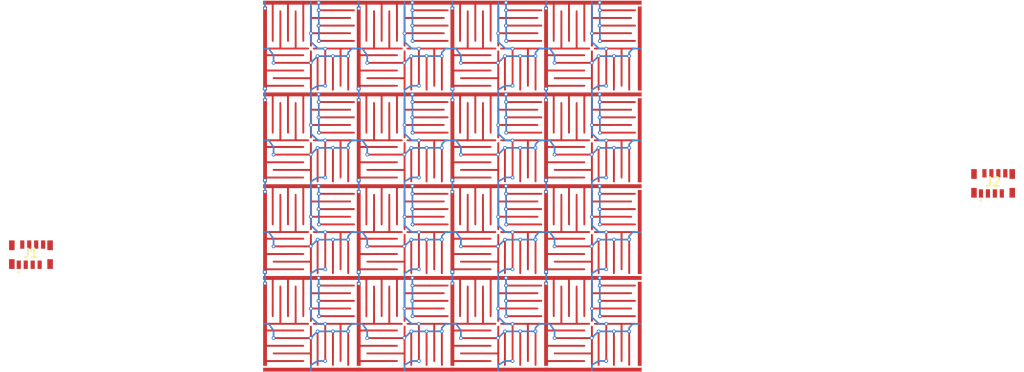
<source format=kicad_pcb>
(kicad_pcb (version 20211014) (generator pcbnew)
  (layers (0 "F.Cu" signal) (31 "B.Cu" signal) (34 "B.Paste" user) (35 "F.Paste" user) (36 "B.SilkS" user "B.Silkscreen") (37 "F.SilkS" user "F.Silkscreen") (38 "B.Mask" user) (39 "F.Mask" user) (44 "Edge.Cuts" user))
  (net 0 "")
  (net 1 "Net-(J1-Pad1)")
  (net 2 "Net-(J1-Pad2)")
  (net 3 "Net-(J1-Pad3)")
  (net 4 "Net-(J1-Pad4)")
  (net 5 "Net-(J1-Pad5)")
  (net 6 "Net-(J1-Pad6)")
  (net 7 "Net-(J1-Pad7)")
  (net 8 "Net-(J1-Pad8)")
  (net 13 "Net-(J2-Pad1)")
  (net 14 "Net-(J2-Pad2)")
  (net 15 "Net-(J2-Pad3)")
  (net 16 "Net-(J2-Pad4)")
  (net 17 "Net-(J2-Pad5)")
  (net 18 "Net-(J2-Pad6)")
  (net 19 "Net-(J2-Pad7)")
  (net 20 "Net-(J2-Pad8)")
  (footprint "ASMR_footprints:captouch_grid_4x4" (layer "F.Cu") (at 121.906374 72.605019)
    (fp_text reference "U1" hide)
    (fp_text value "captouch_4x4_grid" hide)
  )
  (footprint "ASMR_footprints:Conn_FFC_1x8_0.5mm_Molex_5019510830" (layer "F.Cu") (at 81.61981 102.1435)
    (fp_text reference "J1")
    (fp_text value "Conn_FFC_1x8_0.5mm_Vert_501951-0830" hide)
  )
  (footprint "ASMR_footprints:Conn_FFC_1x8_0.5mm_Molex_5019510830" (layer "F.Cu") (at 219.9 91.9)
    (fp_text reference "J2")
    (fp_text value "Conn_FFC_1x8_0.5mm_Vert_501951-0830" hide)
  )
)
</source>
